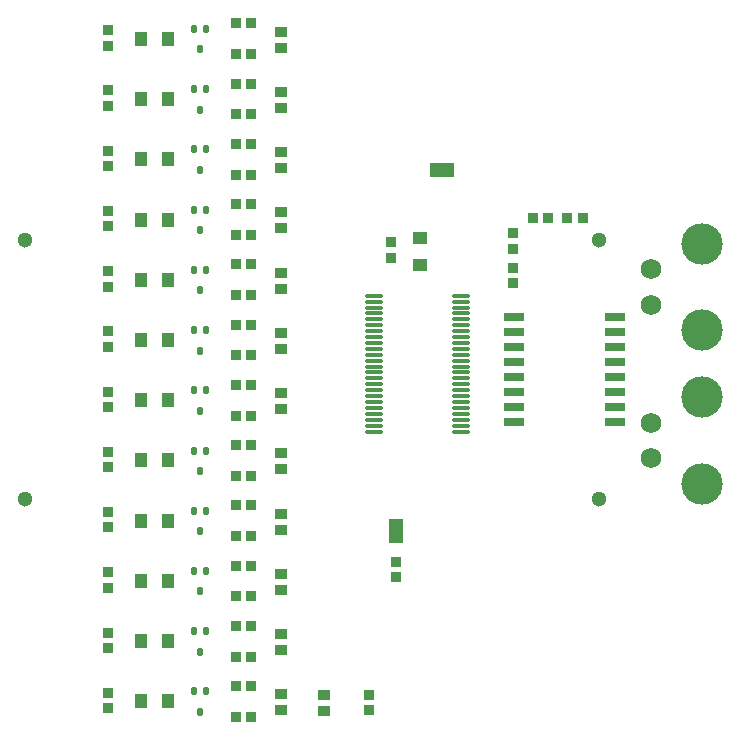
<source format=gbr>
%TF.GenerationSoftware,Altium Limited,Altium Designer,19.0.10 (269)*%
G04 Layer_Color=255*
%FSLAX26Y26*%
%MOIN*%
%TF.FileFunction,Pads,Top*%
%TF.Part,Single*%
G01*
G75*
%TA.AperFunction,SMDPad,CuDef*%
%ADD10R,0.033465X0.037402*%
%ADD11R,0.037402X0.033465*%
%ADD12R,0.065748X0.029921*%
%ADD13R,0.080709X0.045276*%
%ADD14R,0.051181X0.043307*%
%ADD15O,0.062992X0.013780*%
%ADD16R,0.045276X0.080709*%
%ADD17R,0.039370X0.035433*%
%ADD18R,0.043307X0.051181*%
G04:AMPARAMS|DCode=19|XSize=19.685mil|YSize=29.528mil|CornerRadius=4.921mil|HoleSize=0mil|Usage=FLASHONLY|Rotation=0.000|XOffset=0mil|YOffset=0mil|HoleType=Round|Shape=RoundedRectangle|*
%AMROUNDEDRECTD19*
21,1,0.019685,0.019685,0,0,0.0*
21,1,0.009843,0.029528,0,0,0.0*
1,1,0.009842,0.004921,-0.009843*
1,1,0.009842,-0.004921,-0.009843*
1,1,0.009842,-0.004921,0.009843*
1,1,0.009842,0.004921,0.009843*
%
%ADD19ROUNDEDRECTD19*%
%TA.AperFunction,ComponentPad*%
%ADD24C,0.051181*%
%ADD25C,0.137795*%
%ADD26C,0.068898*%
D10*
X2002953Y1785433D02*
D03*
X2054134D02*
D03*
X1939960D02*
D03*
X1888779D02*
D03*
X899606Y2433071D02*
D03*
X950787D02*
D03*
X899606Y2330709D02*
D03*
X950787D02*
D03*
X899606Y2232284D02*
D03*
X950787D02*
D03*
X899606Y2129921D02*
D03*
X950787D02*
D03*
X899606Y2031496D02*
D03*
X950787D02*
D03*
X899606Y1929134D02*
D03*
X950787D02*
D03*
X899606Y1830709D02*
D03*
X950787D02*
D03*
X899606Y1728347D02*
D03*
X950787D02*
D03*
X899606Y1629921D02*
D03*
X950787D02*
D03*
X899606Y1527559D02*
D03*
X950787D02*
D03*
X899606Y1429134D02*
D03*
X950787D02*
D03*
X899606Y1326772D02*
D03*
X950787D02*
D03*
X899606Y1125984D02*
D03*
X950787D02*
D03*
X899606Y1228347D02*
D03*
X950787D02*
D03*
X899606Y1027559D02*
D03*
X950787D02*
D03*
X899606Y925197D02*
D03*
X950787D02*
D03*
X899606Y826772D02*
D03*
X950787D02*
D03*
X899606Y724409D02*
D03*
X950787D02*
D03*
X899606Y625984D02*
D03*
X950787D02*
D03*
X899606Y523622D02*
D03*
X950787D02*
D03*
X899606Y425197D02*
D03*
X950787D02*
D03*
X899606Y322835D02*
D03*
X950787D02*
D03*
X899606Y224410D02*
D03*
X950787D02*
D03*
X899606Y122047D02*
D03*
X950787D02*
D03*
D11*
X1821850Y1682087D02*
D03*
Y1733268D02*
D03*
Y1618110D02*
D03*
Y1566929D02*
D03*
X1415354Y1652559D02*
D03*
Y1703740D02*
D03*
X1432087Y586614D02*
D03*
Y637795D02*
D03*
X1342520Y143701D02*
D03*
Y194882D02*
D03*
X472894Y201772D02*
D03*
Y150591D02*
D03*
Y402559D02*
D03*
Y351378D02*
D03*
Y603346D02*
D03*
Y552165D02*
D03*
Y804134D02*
D03*
Y752953D02*
D03*
Y1004921D02*
D03*
Y953740D02*
D03*
Y1205709D02*
D03*
Y1154528D02*
D03*
Y1406496D02*
D03*
Y1355315D02*
D03*
Y1607284D02*
D03*
Y1556102D02*
D03*
Y1808071D02*
D03*
Y1756890D02*
D03*
Y2008858D02*
D03*
Y1957677D02*
D03*
Y2209646D02*
D03*
Y2158465D02*
D03*
Y2410433D02*
D03*
Y2359252D02*
D03*
D12*
X1825197Y1204528D02*
D03*
Y1454528D02*
D03*
X2161024D02*
D03*
X1825197Y1104528D02*
D03*
Y1154528D02*
D03*
Y1254528D02*
D03*
Y1304528D02*
D03*
Y1354528D02*
D03*
Y1404528D02*
D03*
X2161024D02*
D03*
Y1354528D02*
D03*
Y1304528D02*
D03*
Y1254528D02*
D03*
Y1204528D02*
D03*
Y1154528D02*
D03*
Y1104528D02*
D03*
D13*
X1584646Y1945866D02*
D03*
D14*
X1510827Y1717520D02*
D03*
Y1626968D02*
D03*
D15*
X1647638Y1407480D02*
D03*
X1360236Y1525591D02*
D03*
Y1505906D02*
D03*
Y1486220D02*
D03*
Y1466535D02*
D03*
Y1446850D02*
D03*
Y1427165D02*
D03*
Y1407480D02*
D03*
Y1387795D02*
D03*
Y1368110D02*
D03*
Y1348425D02*
D03*
Y1328740D02*
D03*
Y1309055D02*
D03*
Y1289370D02*
D03*
Y1269685D02*
D03*
Y1250000D02*
D03*
Y1230315D02*
D03*
Y1210630D02*
D03*
Y1190945D02*
D03*
Y1171260D02*
D03*
Y1151575D02*
D03*
Y1131890D02*
D03*
Y1112205D02*
D03*
Y1092520D02*
D03*
Y1072835D02*
D03*
X1647638Y1525591D02*
D03*
Y1505906D02*
D03*
Y1486220D02*
D03*
Y1466535D02*
D03*
Y1446850D02*
D03*
Y1427165D02*
D03*
Y1387795D02*
D03*
Y1368110D02*
D03*
Y1348425D02*
D03*
Y1328740D02*
D03*
Y1309055D02*
D03*
Y1289370D02*
D03*
Y1269685D02*
D03*
Y1250000D02*
D03*
Y1230315D02*
D03*
Y1210630D02*
D03*
Y1190945D02*
D03*
Y1171260D02*
D03*
Y1151575D02*
D03*
Y1131890D02*
D03*
Y1112205D02*
D03*
Y1092520D02*
D03*
Y1072835D02*
D03*
D16*
X1431102Y740158D02*
D03*
D17*
X1192913Y195866D02*
D03*
Y142716D02*
D03*
X1047697Y143701D02*
D03*
Y196850D02*
D03*
Y344488D02*
D03*
Y397638D02*
D03*
Y545276D02*
D03*
Y598425D02*
D03*
Y746063D02*
D03*
Y799213D02*
D03*
Y946850D02*
D03*
Y1000000D02*
D03*
Y1147638D02*
D03*
Y1200787D02*
D03*
Y1348425D02*
D03*
Y1401575D02*
D03*
Y1549213D02*
D03*
Y1602362D02*
D03*
Y1750000D02*
D03*
Y1803150D02*
D03*
Y1950787D02*
D03*
Y2003937D02*
D03*
Y2151575D02*
D03*
Y2204724D02*
D03*
Y2352362D02*
D03*
Y2405512D02*
D03*
D18*
X581162Y2381890D02*
D03*
X671713D02*
D03*
X581162Y2181102D02*
D03*
X671713D02*
D03*
X581162Y1980315D02*
D03*
X671713D02*
D03*
X581162Y1779528D02*
D03*
X671713D02*
D03*
X581162Y1578740D02*
D03*
X671713D02*
D03*
X581162Y1377953D02*
D03*
X671713D02*
D03*
X581162Y1177165D02*
D03*
X671713D02*
D03*
X581162Y976378D02*
D03*
X671713D02*
D03*
X581162Y775591D02*
D03*
X671713D02*
D03*
X581162Y574803D02*
D03*
X671713D02*
D03*
X581162Y374016D02*
D03*
X671713D02*
D03*
X581162Y173228D02*
D03*
X671713D02*
D03*
D19*
X778996Y2346850D02*
D03*
X759311Y2414961D02*
D03*
X798681D02*
D03*
X778996Y2146063D02*
D03*
X759311Y2214173D02*
D03*
X798681D02*
D03*
X778996Y1945276D02*
D03*
X759311Y2013386D02*
D03*
X798681D02*
D03*
X778996Y1744488D02*
D03*
X759311Y1812598D02*
D03*
X798681D02*
D03*
X778996Y1543701D02*
D03*
X759311Y1611811D02*
D03*
X798681D02*
D03*
X778996Y1342913D02*
D03*
X759311Y1411024D02*
D03*
X798681D02*
D03*
X778996Y1142126D02*
D03*
X759311Y1210236D02*
D03*
X798681D02*
D03*
X778996Y941339D02*
D03*
X759311Y1009449D02*
D03*
X798681D02*
D03*
X778996Y740551D02*
D03*
X759311Y808661D02*
D03*
X798681D02*
D03*
X778996Y539764D02*
D03*
X759311Y607874D02*
D03*
X798681D02*
D03*
X778996Y338976D02*
D03*
X759311Y407087D02*
D03*
X798681D02*
D03*
X778996Y138189D02*
D03*
X759311Y206299D02*
D03*
X798681D02*
D03*
D24*
X2110236Y846457D02*
D03*
Y1712599D02*
D03*
X196850Y846457D02*
D03*
Y1712599D02*
D03*
D25*
X2453543Y1187008D02*
D03*
Y899606D02*
D03*
Y1698819D02*
D03*
Y1411417D02*
D03*
D26*
X2283465Y984252D02*
D03*
Y1102362D02*
D03*
Y1496063D02*
D03*
Y1614173D02*
D03*
%TF.MD5,3e692212d7b174a49a29ba7f276a5437*%
M02*

</source>
